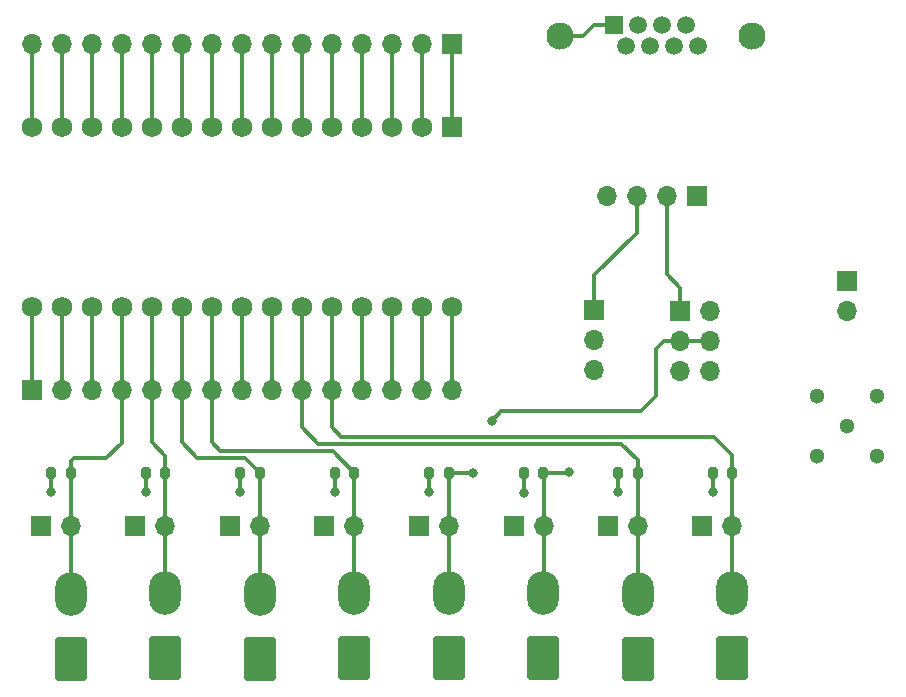
<source format=gbr>
%TF.GenerationSoftware,KiCad,Pcbnew,(6.0.1-0)*%
%TF.CreationDate,2022-10-18T15:39:24+02:00*%
%TF.ProjectId,nano_board,6e616e6f-5f62-46f6-9172-642e6b696361,rev?*%
%TF.SameCoordinates,Original*%
%TF.FileFunction,Copper,L1,Top*%
%TF.FilePolarity,Positive*%
%FSLAX46Y46*%
G04 Gerber Fmt 4.6, Leading zero omitted, Abs format (unit mm)*
G04 Created by KiCad (PCBNEW (6.0.1-0)) date 2022-10-18 15:39:24*
%MOMM*%
%LPD*%
G01*
G04 APERTURE LIST*
G04 Aperture macros list*
%AMRoundRect*
0 Rectangle with rounded corners*
0 $1 Rounding radius*
0 $2 $3 $4 $5 $6 $7 $8 $9 X,Y pos of 4 corners*
0 Add a 4 corners polygon primitive as box body*
4,1,4,$2,$3,$4,$5,$6,$7,$8,$9,$2,$3,0*
0 Add four circle primitives for the rounded corners*
1,1,$1+$1,$2,$3*
1,1,$1+$1,$4,$5*
1,1,$1+$1,$6,$7*
1,1,$1+$1,$8,$9*
0 Add four rect primitives between the rounded corners*
20,1,$1+$1,$2,$3,$4,$5,0*
20,1,$1+$1,$4,$5,$6,$7,0*
20,1,$1+$1,$6,$7,$8,$9,0*
20,1,$1+$1,$8,$9,$2,$3,0*%
G04 Aperture macros list end*
%TA.AperFunction,SMDPad,CuDef*%
%ADD10RoundRect,0.200000X0.200000X0.275000X-0.200000X0.275000X-0.200000X-0.275000X0.200000X-0.275000X0*%
%TD*%
%TA.AperFunction,ComponentPad*%
%ADD11R,1.700000X1.700000*%
%TD*%
%TA.AperFunction,ComponentPad*%
%ADD12O,1.700000X1.700000*%
%TD*%
%TA.AperFunction,ComponentPad*%
%ADD13R,1.500000X1.500000*%
%TD*%
%TA.AperFunction,ComponentPad*%
%ADD14C,1.500000*%
%TD*%
%TA.AperFunction,ComponentPad*%
%ADD15C,2.300000*%
%TD*%
%TA.AperFunction,ComponentPad*%
%ADD16RoundRect,0.250001X1.099999X1.599999X-1.099999X1.599999X-1.099999X-1.599999X1.099999X-1.599999X0*%
%TD*%
%TA.AperFunction,ComponentPad*%
%ADD17O,2.700000X3.700000*%
%TD*%
%TA.AperFunction,ComponentPad*%
%ADD18C,1.300000*%
%TD*%
%TA.AperFunction,ComponentPad*%
%ADD19C,1.727200*%
%TD*%
%TA.AperFunction,ComponentPad*%
%ADD20R,1.727200X1.727200*%
%TD*%
%TA.AperFunction,ViaPad*%
%ADD21C,0.800000*%
%TD*%
%TA.AperFunction,Conductor*%
%ADD22C,0.300000*%
%TD*%
%TA.AperFunction,Conductor*%
%ADD23C,0.250000*%
%TD*%
G04 APERTURE END LIST*
D10*
%TO.P,R4,1*%
%TO.N,N4*%
X136000000Y-86000000D03*
%TO.P,R4,2*%
%TO.N,3V3_Ard*%
X134350000Y-86000000D03*
%TD*%
%TO.P,R2,1*%
%TO.N,A2*%
X120000000Y-86000000D03*
%TO.P,R2,2*%
%TO.N,3V3_Ard*%
X118350000Y-86000000D03*
%TD*%
%TO.P,R0,1*%
%TO.N,A0*%
X104000000Y-86000000D03*
%TO.P,R0,2*%
%TO.N,3V3_Ard*%
X102350000Y-86000000D03*
%TD*%
%TO.P,R3,1*%
%TO.N,A3*%
X128000000Y-86000000D03*
%TO.P,R3,2*%
%TO.N,3V3_Ard*%
X126350000Y-86000000D03*
%TD*%
D11*
%TO.P,NTC6-Pin0,1,Pin_1*%
%TO.N,GND*%
X149500000Y-90525000D03*
D12*
%TO.P,NTC6-Pin0,2,Pin_2*%
%TO.N,A6*%
X152040000Y-90525000D03*
%TD*%
D13*
%TO.P,J0,1*%
%TO.N,GND*%
X149940000Y-48140000D03*
D14*
%TO.P,J0,2*%
%TO.N,SCL*%
X150956000Y-49920000D03*
%TO.P,J0,3*%
%TO.N,SDA*%
X151972000Y-48140000D03*
%TO.P,J0,4*%
%TO.N,unconnected-(J0-Pad4)*%
X152988000Y-49920000D03*
%TO.P,J0,5*%
%TO.N,unconnected-(J0-Pad5)*%
X154004000Y-48140000D03*
%TO.P,J0,6*%
%TO.N,5V_Ard*%
X155020000Y-49920000D03*
%TO.P,J0,7*%
%TO.N,unconnected-(J0-Pad7)*%
X156036000Y-48140000D03*
%TO.P,J0,8*%
%TO.N,unconnected-(J0-Pad8)*%
X157052000Y-49920000D03*
D15*
%TO.P,J0,SH*%
%TO.N,GND*%
X145370000Y-49030000D03*
X161630000Y-49030000D03*
%TD*%
D11*
%TO.P,I2C-Pins0,1,VCC*%
%TO.N,5V_Ard*%
X156980000Y-62600000D03*
D12*
%TO.P,I2C-Pins0,2,SDA*%
%TO.N,SCL*%
X154440000Y-62600000D03*
%TO.P,I2C-Pins0,3,SCL*%
%TO.N,SDA*%
X151900000Y-62600000D03*
%TO.P,I2C-Pins0,4,GND*%
%TO.N,GND*%
X149360000Y-62600000D03*
%TD*%
D10*
%TO.P,R1,1*%
%TO.N,A1*%
X112000000Y-86000000D03*
%TO.P,R1,2*%
%TO.N,3V3_Ard*%
X110350000Y-86000000D03*
%TD*%
D11*
%TO.P,Freq_Pins0,1,Pin_1*%
%TO.N,GND*%
X169700000Y-69760000D03*
D12*
%TO.P,Freq_Pins0,2,Pin_2*%
%TO.N,Freq*%
X169700000Y-72300000D03*
%TD*%
D11*
%TO.P,ArdTopPins0,1,Pin_1*%
%TO.N,RX0*%
X136283000Y-49750000D03*
D12*
%TO.P,ArdTopPins0,2,Pin_2*%
%TO.N,TX1*%
X133743000Y-49750000D03*
%TO.P,ArdTopPins0,3,Pin_3*%
%TO.N,RST1*%
X131203000Y-49750000D03*
%TO.P,ArdTopPins0,4,Pin_4*%
%TO.N,GND*%
X128663000Y-49750000D03*
%TO.P,ArdTopPins0,5,Pin_5*%
%TO.N,D2*%
X126123000Y-49750000D03*
%TO.P,ArdTopPins0,6,Pin_6*%
%TO.N,D3*%
X123583000Y-49750000D03*
%TO.P,ArdTopPins0,7,Pin_7*%
%TO.N,D4*%
X121043000Y-49750000D03*
%TO.P,ArdTopPins0,8,Pin_8*%
%TO.N,D5*%
X118503000Y-49750000D03*
%TO.P,ArdTopPins0,9,Pin_9*%
%TO.N,D6*%
X115963000Y-49750000D03*
%TO.P,ArdTopPins0,10,Pin_10*%
%TO.N,D7*%
X113423000Y-49750000D03*
%TO.P,ArdTopPins0,11,Pin_11*%
%TO.N,D8*%
X110883000Y-49750000D03*
%TO.P,ArdTopPins0,12,Pin_12*%
%TO.N,D9*%
X108343000Y-49750000D03*
%TO.P,ArdTopPins0,13,Pin_13*%
%TO.N,D10*%
X105803000Y-49750000D03*
%TO.P,ArdTopPins0,14,Pin_14*%
%TO.N,D11*%
X103263000Y-49750000D03*
%TO.P,ArdTopPins0,15,Pin_15*%
%TO.N,D12*%
X100723000Y-49750000D03*
%TD*%
D11*
%TO.P,J2,1,Pin_1*%
%TO.N,SCL*%
X155600000Y-72300000D03*
D12*
%TO.P,J2,2,Pin_2*%
%TO.N,Freq*%
X158140000Y-72300000D03*
%TO.P,J2,3,Pin_3*%
%TO.N,A5*%
X155600000Y-74840000D03*
%TO.P,J2,4,Pin_4*%
X158140000Y-74840000D03*
%TO.P,J2,5,Pin_5*%
%TO.N,N5*%
X155600000Y-77380000D03*
%TO.P,J2,6,Pin_6*%
%TO.N,GND*%
X158140000Y-77380000D03*
%TD*%
D16*
%TO.P,NTC5,1,Pin_1*%
%TO.N,GND*%
X144000000Y-101725000D03*
D17*
%TO.P,NTC5,2,Pin_2*%
%TO.N,N5*%
X144000000Y-96225000D03*
%TD*%
D10*
%TO.P,R6,1*%
%TO.N,A6*%
X152000000Y-86000000D03*
%TO.P,R6,2*%
%TO.N,3V3_Ard*%
X150350000Y-86000000D03*
%TD*%
D18*
%TO.P,J3,1*%
%TO.N,Freq*%
X169710000Y-82060000D03*
%TO.P,J3,GND*%
%TO.N,GND*%
X172250000Y-79520000D03*
%TO.P,J3,S1*%
X167170000Y-79520000D03*
%TO.P,J3,S2*%
X167170000Y-84600000D03*
%TO.P,J3,S3*%
X172250000Y-84600000D03*
%TD*%
D11*
%TO.P,NTC7-Pin0,1,Pin_1*%
%TO.N,GND*%
X157460000Y-90525000D03*
D12*
%TO.P,NTC7-Pin0,2,Pin_2*%
%TO.N,A7*%
X160000000Y-90525000D03*
%TD*%
D19*
%TO.P,XA0,3V3,3.3V*%
%TO.N,3V3_Ard*%
X103230000Y-71948000D03*
%TO.P,XA0,5V,5V*%
%TO.N,5V_Ard*%
X128630000Y-71948000D03*
%TO.P,XA0,A0,A0*%
%TO.N,A0*%
X108310000Y-71948000D03*
%TO.P,XA0,A1,A1*%
%TO.N,A1*%
X110850000Y-71948000D03*
%TO.P,XA0,A2,A2*%
%TO.N,A2*%
X113390000Y-71948000D03*
%TO.P,XA0,A3,A3*%
%TO.N,A3*%
X115930000Y-71948000D03*
%TO.P,XA0,A4,A4_SDA*%
%TO.N,A4*%
X118470000Y-71948000D03*
%TO.P,XA0,A5,A5_SCL*%
%TO.N,A5*%
X121010000Y-71948000D03*
%TO.P,XA0,A6,A6*%
%TO.N,A6*%
X123550000Y-71948000D03*
%TO.P,XA0,A7,A7*%
%TO.N,A7*%
X126090000Y-71948000D03*
%TO.P,XA0,AREF,AREF*%
%TO.N,AREF*%
X105770000Y-71948000D03*
%TO.P,XA0,D0,D0_RX0*%
%TO.N,TX1*%
X133710000Y-56708000D03*
D20*
%TO.P,XA0,D1,D1_TX0*%
%TO.N,RX0*%
X136250000Y-56708000D03*
D19*
%TO.P,XA0,D2,D2_INT0*%
%TO.N,D2*%
X126090000Y-56708000D03*
%TO.P,XA0,D3,D3_INT1*%
%TO.N,D3*%
X123550000Y-56708000D03*
%TO.P,XA0,D4,D4*%
%TO.N,D4*%
X121010000Y-56708000D03*
%TO.P,XA0,D5,D5*%
%TO.N,D5*%
X118470000Y-56708000D03*
%TO.P,XA0,D6,D6*%
%TO.N,D6*%
X115930000Y-56708000D03*
%TO.P,XA0,D7,D7*%
%TO.N,D7*%
X113390000Y-56708000D03*
%TO.P,XA0,D8,D8*%
%TO.N,D8*%
X110850000Y-56708000D03*
%TO.P,XA0,D9,D9*%
%TO.N,D9*%
X108310000Y-56708000D03*
%TO.P,XA0,D10,D10_CS*%
%TO.N,D10*%
X105770000Y-56708000D03*
%TO.P,XA0,D11,D11_MOSI*%
%TO.N,D11*%
X103230000Y-56708000D03*
%TO.P,XA0,D12,D12_MISO*%
%TO.N,D12*%
X100690000Y-56708000D03*
%TO.P,XA0,D13,D13_SCK*%
%TO.N,D13*%
X100690000Y-71948000D03*
%TO.P,XA0,GND1,GND*%
%TO.N,GND*%
X128630000Y-56708000D03*
%TO.P,XA0,GND2,GND*%
X133710000Y-71948000D03*
%TO.P,XA0,RST1,RESET*%
%TO.N,RST1*%
X131170000Y-56708000D03*
%TO.P,XA0,RST2,RESET*%
%TO.N,RST2*%
X131170000Y-71948000D03*
%TO.P,XA0,VIN,VIN*%
%TO.N,Vin_Ard*%
X136250000Y-71948000D03*
%TD*%
D16*
%TO.P,NTC0,1,Pin_1*%
%TO.N,GND*%
X104000000Y-101750000D03*
D17*
%TO.P,NTC0,2,Pin_2*%
%TO.N,A0*%
X104000000Y-96250000D03*
%TD*%
D11*
%TO.P,NTC3-Pin0,1,Pin_1*%
%TO.N,GND*%
X125460000Y-90525000D03*
D12*
%TO.P,NTC3-Pin0,2,Pin_2*%
%TO.N,A3*%
X128000000Y-90525000D03*
%TD*%
D10*
%TO.P,R5,1*%
%TO.N,N5*%
X144000000Y-86000000D03*
%TO.P,R5,2*%
%TO.N,3V3_Ard*%
X142350000Y-86000000D03*
%TD*%
D16*
%TO.P,NTC6,1,Pin_1*%
%TO.N,GND*%
X152000000Y-101750000D03*
D17*
%TO.P,NTC6,2,Pin_2*%
%TO.N,A6*%
X152000000Y-96250000D03*
%TD*%
D16*
%TO.P,NTC4,1,Pin_1*%
%TO.N,GND*%
X136000000Y-101725000D03*
D17*
%TO.P,NTC4,2,Pin_2*%
%TO.N,N4*%
X136000000Y-96225000D03*
%TD*%
D16*
%TO.P,NTC2,1,Pin_1*%
%TO.N,GND*%
X120000000Y-101750000D03*
D17*
%TO.P,NTC2,2,Pin_2*%
%TO.N,A2*%
X120000000Y-96250000D03*
%TD*%
D11*
%TO.P,J1,1,Pin_1*%
%TO.N,SDA*%
X148300000Y-72275000D03*
D12*
%TO.P,J1,2,Pin_2*%
%TO.N,A4*%
X148300000Y-74815000D03*
%TO.P,J1,3,Pin_3*%
%TO.N,N4*%
X148300000Y-77355000D03*
%TD*%
D16*
%TO.P,NTC3,1,Pin_1*%
%TO.N,GND*%
X128000000Y-101725000D03*
D17*
%TO.P,NTC3,2,Pin_2*%
%TO.N,A3*%
X128000000Y-96225000D03*
%TD*%
D16*
%TO.P,NTC7,1,Pin_1*%
%TO.N,GND*%
X160000000Y-101725000D03*
D17*
%TO.P,NTC7,2,Pin_2*%
%TO.N,A7*%
X160000000Y-96225000D03*
%TD*%
D16*
%TO.P,NTC1,1,Pin_1*%
%TO.N,GND*%
X112000000Y-101725000D03*
D17*
%TO.P,NTC1,2,Pin_2*%
%TO.N,A1*%
X112000000Y-96225000D03*
%TD*%
D11*
%TO.P,NTC5-Pin0,1,Pin_1*%
%TO.N,GND*%
X141500000Y-90525000D03*
D12*
%TO.P,NTC5-Pin0,2,Pin_2*%
%TO.N,N5*%
X144040000Y-90525000D03*
%TD*%
D11*
%TO.P,NTC0-Pin0,1,Pin_1*%
%TO.N,GND*%
X101460000Y-90525000D03*
D12*
%TO.P,NTC0-Pin0,2,Pin_2*%
%TO.N,A0*%
X104000000Y-90525000D03*
%TD*%
D10*
%TO.P,R7,1*%
%TO.N,A7*%
X160000000Y-86000000D03*
%TO.P,R7,2*%
%TO.N,3V3_Ard*%
X158350000Y-86000000D03*
%TD*%
D11*
%TO.P,NTC4-Pin0,1,Pin_1*%
%TO.N,GND*%
X133460000Y-90525000D03*
D12*
%TO.P,NTC4-Pin0,2,Pin_2*%
%TO.N,N4*%
X136000000Y-90525000D03*
%TD*%
D11*
%TO.P,NTC1-Pin0,1,Pin_1*%
%TO.N,GND*%
X109460000Y-90525000D03*
D12*
%TO.P,NTC1-Pin0,2,Pin_2*%
%TO.N,A1*%
X112000000Y-90525000D03*
%TD*%
D11*
%TO.P,ArdNanoBotPins0,1,Pin_1*%
%TO.N,D13*%
X100670000Y-79000000D03*
D12*
%TO.P,ArdNanoBotPins0,2,Pin_2*%
%TO.N,3V3_Ard*%
X103210000Y-79000000D03*
%TO.P,ArdNanoBotPins0,3,Pin_3*%
%TO.N,AREF*%
X105750000Y-79000000D03*
%TO.P,ArdNanoBotPins0,4,Pin_4*%
%TO.N,A0*%
X108290000Y-79000000D03*
%TO.P,ArdNanoBotPins0,5,Pin_5*%
%TO.N,A1*%
X110830000Y-79000000D03*
%TO.P,ArdNanoBotPins0,6,Pin_6*%
%TO.N,A2*%
X113370000Y-79000000D03*
%TO.P,ArdNanoBotPins0,7,Pin_7*%
%TO.N,A3*%
X115910000Y-79000000D03*
%TO.P,ArdNanoBotPins0,8,Pin_8*%
%TO.N,A4*%
X118450000Y-79000000D03*
%TO.P,ArdNanoBotPins0,9,Pin_9*%
%TO.N,A5*%
X120990000Y-79000000D03*
%TO.P,ArdNanoBotPins0,10,Pin_10*%
%TO.N,A6*%
X123530000Y-79000000D03*
%TO.P,ArdNanoBotPins0,11,Pin_11*%
%TO.N,A7*%
X126070000Y-79000000D03*
%TO.P,ArdNanoBotPins0,12,Pin_12*%
%TO.N,5V_Ard*%
X128610000Y-79000000D03*
%TO.P,ArdNanoBotPins0,13,Pin_13*%
%TO.N,RST2*%
X131150000Y-79000000D03*
%TO.P,ArdNanoBotPins0,14,Pin_14*%
%TO.N,GND*%
X133690000Y-79000000D03*
%TO.P,ArdNanoBotPins0,15,Pin_15*%
%TO.N,Vin_Ard*%
X136230000Y-79000000D03*
%TD*%
D11*
%TO.P,NTC2-Pin0,1,Pin_1*%
%TO.N,GND*%
X117460000Y-90525000D03*
D12*
%TO.P,NTC2-Pin0,2,Pin_2*%
%TO.N,A2*%
X120000000Y-90525000D03*
%TD*%
D21*
%TO.N,3V3_Ard*%
X142350000Y-87700000D03*
X110350000Y-87650000D03*
X134350000Y-87650000D03*
X158350000Y-87650000D03*
X150350000Y-87650000D03*
X126350000Y-87650000D03*
X118350000Y-87650000D03*
X102350000Y-87650000D03*
%TO.N,A5*%
X139650000Y-81600000D03*
%TO.N,N4*%
X138050000Y-86000000D03*
%TO.N,N5*%
X146175000Y-85975000D03*
%TD*%
D22*
%TO.N,D13*%
X100690000Y-78980000D02*
X100670000Y-79000000D01*
X100690000Y-77978000D02*
X100690000Y-78980000D01*
X100690000Y-71948000D02*
X100690000Y-77978000D01*
%TO.N,3V3_Ard*%
X110350000Y-86000000D02*
X110350000Y-87650000D01*
X158350000Y-86000000D02*
X158350000Y-87650000D01*
X134350000Y-87650000D02*
X134350000Y-86000000D01*
X102350000Y-86000000D02*
X102350000Y-87650000D01*
X103208000Y-71970000D02*
X103230000Y-71948000D01*
X142350000Y-86000000D02*
X142350000Y-87700000D01*
X150350000Y-86000000D02*
X150350000Y-87650000D01*
X126350000Y-86000000D02*
X126350000Y-87650000D01*
X118350000Y-86000000D02*
X118350000Y-87650000D01*
X103208000Y-77542000D02*
X103208000Y-71970000D01*
X103210000Y-77544000D02*
X103208000Y-77542000D01*
X103210000Y-77544000D02*
X103210000Y-79000000D01*
%TO.N,AREF*%
X105770000Y-71948000D02*
X105770000Y-77480000D01*
X105750000Y-79000000D02*
X105750000Y-77500000D01*
%TO.N,A0*%
X104000000Y-86525000D02*
X104000000Y-90525000D01*
X108290000Y-77464000D02*
X108290000Y-79000000D01*
X108290000Y-83460000D02*
X108290000Y-79000000D01*
X107000000Y-84750000D02*
X108290000Y-83460000D01*
X108288000Y-77462000D02*
X108288000Y-71970000D01*
X104000000Y-90525000D02*
X104000000Y-96250000D01*
X104000000Y-85000000D02*
X104250000Y-84750000D01*
X104250000Y-84750000D02*
X107000000Y-84750000D01*
X108288000Y-77462000D02*
X108290000Y-77464000D01*
X108288000Y-71970000D02*
X108310000Y-71948000D01*
X104000000Y-86000000D02*
X104000000Y-85000000D01*
%TO.N,A1*%
X110830000Y-77670000D02*
X110850000Y-77650000D01*
X112000000Y-86000000D02*
X112000000Y-90525000D01*
X110830000Y-79000000D02*
X110830000Y-83455000D01*
X110830000Y-79000000D02*
X110830000Y-77670000D01*
X110850000Y-71948000D02*
X110850000Y-77650000D01*
X112000000Y-90525000D02*
X112000000Y-96225000D01*
X112000000Y-84625000D02*
X112000000Y-86000000D01*
X110830000Y-83455000D02*
X112000000Y-84625000D01*
%TO.N,A2*%
X114700000Y-84750000D02*
X118750000Y-84750000D01*
X113370000Y-77370000D02*
X113370000Y-79000000D01*
X120000000Y-90525000D02*
X120000000Y-96250000D01*
X113370000Y-83420000D02*
X114700000Y-84750000D01*
X113368000Y-71970000D02*
X113390000Y-71948000D01*
X120000000Y-90525000D02*
X120000000Y-86000000D01*
X118750000Y-84750000D02*
X120000000Y-86000000D01*
X113368000Y-77368000D02*
X113370000Y-77370000D01*
X113368000Y-77368000D02*
X113368000Y-71970000D01*
X113370000Y-79000000D02*
X113370000Y-83420000D01*
%TO.N,A3*%
X128000000Y-86000000D02*
X128000000Y-90525000D01*
X116650480Y-84150480D02*
X126150480Y-84150480D01*
X115910000Y-71968000D02*
X115930000Y-71948000D01*
X128000000Y-90525000D02*
X128000000Y-96225000D01*
X115910000Y-79000000D02*
X115910000Y-71968000D01*
X126150480Y-84150480D02*
X128000000Y-86000000D01*
X115910000Y-83410000D02*
X116650480Y-84150480D01*
X115910000Y-79000000D02*
X115910000Y-83410000D01*
%TO.N,A5*%
X140450000Y-80800000D02*
X152300000Y-80800000D01*
X139650000Y-81600000D02*
X140450000Y-80800000D01*
X155600000Y-74840000D02*
X158140000Y-74840000D01*
X153550000Y-79550000D02*
X153550000Y-75500000D01*
X154210000Y-74840000D02*
X155600000Y-74840000D01*
X152300000Y-80800000D02*
X153550000Y-79550000D01*
X153550000Y-75500000D02*
X154210000Y-74840000D01*
X121010000Y-71948000D02*
X121010000Y-78980000D01*
X121010000Y-78980000D02*
X120990000Y-79000000D01*
%TO.N,A6*%
X123528000Y-71970000D02*
X123528000Y-77778000D01*
X150600960Y-83550960D02*
X152000000Y-84950000D01*
X123550000Y-71948000D02*
X123528000Y-71970000D01*
X152040000Y-90525000D02*
X152040000Y-96210000D01*
X152000000Y-84950000D02*
X152000000Y-86000000D01*
X123530000Y-82180000D02*
X124900960Y-83550960D01*
X123528000Y-77778000D02*
X123530000Y-77780000D01*
X124900960Y-83550960D02*
X150600960Y-83550960D01*
X123530000Y-79000000D02*
X123530000Y-82180000D01*
X152040000Y-90525000D02*
X152040000Y-86040000D01*
X152040000Y-86040000D02*
X152000000Y-86000000D01*
X123530000Y-77780000D02*
X123530000Y-79000000D01*
%TO.N,A7*%
X158451440Y-82951440D02*
X160000000Y-84500000D01*
X126070000Y-79000000D02*
X126070000Y-77180000D01*
X126090000Y-78980000D02*
X126070000Y-79000000D01*
X160000000Y-90525000D02*
X160000000Y-86000000D01*
X126070000Y-79000000D02*
X126070000Y-82120000D01*
X126070000Y-77180000D02*
X126090000Y-77160000D01*
X126090000Y-77840000D02*
X126090000Y-78980000D01*
X160000000Y-90525000D02*
X160000000Y-96225000D01*
X126068000Y-76772000D02*
X126068000Y-78432000D01*
X126070000Y-82120000D02*
X126901440Y-82951440D01*
X126090000Y-77160000D02*
X126090000Y-77840000D01*
X126090000Y-77840000D02*
X126090000Y-77978000D01*
X126090000Y-71948000D02*
X126090000Y-77160000D01*
X126090000Y-77978000D02*
X126068000Y-78000000D01*
X126901440Y-82951440D02*
X158451440Y-82951440D01*
X160000000Y-84500000D02*
X160000000Y-86000000D01*
%TO.N,5V_Ard*%
X128630000Y-71948000D02*
X128630000Y-77630000D01*
X128610000Y-77650000D02*
X128610000Y-79000000D01*
%TO.N,TX1*%
X133743000Y-50750000D02*
X133743000Y-49750000D01*
X133710000Y-56708000D02*
X133710000Y-50783000D01*
X133710000Y-50783000D02*
X133743000Y-50750000D01*
%TO.N,RX0*%
X136250000Y-56708000D02*
X136283000Y-56675000D01*
X136283000Y-56675000D02*
X136283000Y-49750000D01*
%TO.N,RST1*%
X131203000Y-56675000D02*
X131203000Y-49750000D01*
X131170000Y-56708000D02*
X131203000Y-56675000D01*
%TO.N,D2*%
X126123000Y-56675000D02*
X126123000Y-49750000D01*
X126090000Y-56708000D02*
X126123000Y-56675000D01*
%TO.N,D3*%
X123550000Y-56708000D02*
X123550000Y-51050000D01*
X123550000Y-51050000D02*
X123583000Y-51017000D01*
X123583000Y-51017000D02*
X123583000Y-49750000D01*
%TO.N,D4*%
X121043000Y-56675000D02*
X121043000Y-49750000D01*
X121010000Y-56708000D02*
X121043000Y-56675000D01*
%TO.N,D5*%
X118470000Y-50783000D02*
X118470000Y-49783000D01*
X118470000Y-49783000D02*
X118503000Y-49750000D01*
X118470000Y-56708000D02*
X118470000Y-50783000D01*
%TO.N,D6*%
X115963000Y-56675000D02*
X115963000Y-49750000D01*
X115930000Y-56708000D02*
X115963000Y-56675000D01*
%TO.N,D7*%
X113390000Y-51110000D02*
X113423000Y-51077000D01*
X113390000Y-56708000D02*
X113390000Y-51110000D01*
X113423000Y-51077000D02*
X113423000Y-49750000D01*
%TO.N,D8*%
X110883000Y-56675000D02*
X110883000Y-49750000D01*
X110850000Y-56708000D02*
X110883000Y-56675000D01*
%TO.N,D9*%
X108343000Y-49750000D02*
X108343000Y-50750000D01*
X108310000Y-56708000D02*
X108310000Y-50783000D01*
%TO.N,D10*%
X105803000Y-56675000D02*
X105803000Y-49750000D01*
X105770000Y-56708000D02*
X105803000Y-56675000D01*
%TO.N,D11*%
X103263000Y-49750000D02*
X103263000Y-50750000D01*
X103230000Y-56708000D02*
X103230000Y-50783000D01*
%TO.N,D12*%
X100723000Y-56675000D02*
X100723000Y-49750000D01*
X100690000Y-56708000D02*
X100723000Y-56675000D01*
%TO.N,A4*%
X118448000Y-77698000D02*
X118450000Y-77700000D01*
X118448000Y-71970000D02*
X118470000Y-71948000D01*
X118448000Y-77698000D02*
X118448000Y-71970000D01*
X118450000Y-77700000D02*
X118450000Y-79000000D01*
%TO.N,RST2*%
X131170000Y-71948000D02*
X131170000Y-78980000D01*
%TO.N,Vin_Ard*%
X136250000Y-78980000D02*
X136230000Y-79000000D01*
X136250000Y-71948000D02*
X136250000Y-78980000D01*
%TO.N,SCL*%
X154440000Y-69190000D02*
X154440000Y-62600000D01*
X155600000Y-70350000D02*
X154440000Y-69190000D01*
X155600000Y-72300000D02*
X155600000Y-70350000D01*
%TO.N,SDA*%
X148300000Y-69300000D02*
X148300000Y-72275000D01*
X151900000Y-65700000D02*
X148300000Y-69300000D01*
X151900000Y-62600000D02*
X151900000Y-65700000D01*
%TO.N,N4*%
X136000000Y-90525000D02*
X136000000Y-96225000D01*
X136000000Y-90525000D02*
X136000000Y-86000000D01*
X138050000Y-86000000D02*
X136000000Y-86000000D01*
%TO.N,N5*%
X144000000Y-86000000D02*
X146150000Y-86000000D01*
X144040000Y-90525000D02*
X144040000Y-96185000D01*
X144040000Y-86040000D02*
X144040000Y-90525000D01*
X144000000Y-86000000D02*
X144040000Y-86040000D01*
%TO.N,GND*%
X128663000Y-49750000D02*
X128663000Y-56675000D01*
X145370000Y-49015000D02*
X147385000Y-49015000D01*
X133690000Y-71968000D02*
X133710000Y-71948000D01*
D23*
X149350000Y-48715000D02*
X149940000Y-48125000D01*
X149360000Y-62600000D02*
X149350000Y-62590000D01*
D22*
X148275000Y-48125000D02*
X149940000Y-48125000D01*
X128663000Y-56675000D02*
X128630000Y-56708000D01*
X133690000Y-79000000D02*
X133690000Y-71968000D01*
X147385000Y-49015000D02*
X148275000Y-48125000D01*
%TD*%
M02*

</source>
